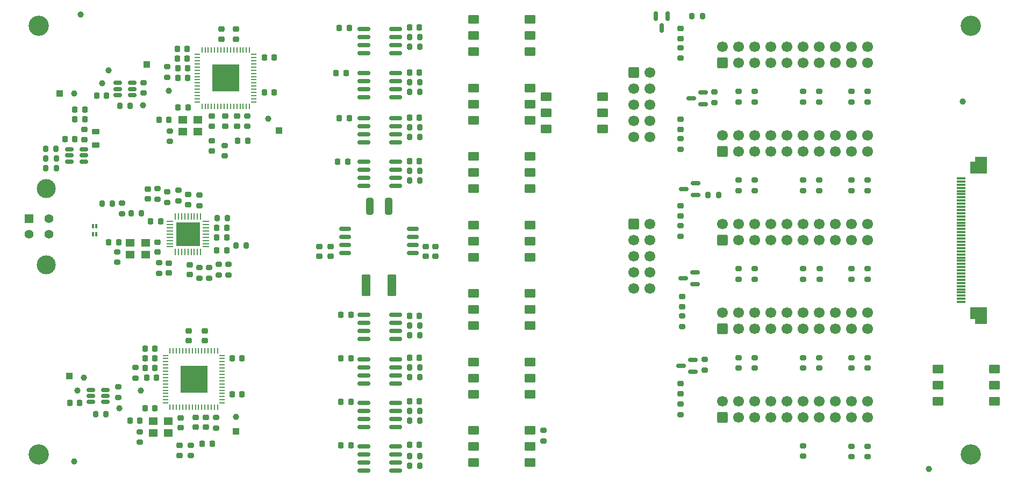
<source format=gbr>
%TF.GenerationSoftware,KiCad,Pcbnew,8.0.1*%
%TF.CreationDate,2024-09-10T07:56:54+02:00*%
%TF.ProjectId,CC_Debug,43435f44-6562-4756-972e-6b696361645f,rev?*%
%TF.SameCoordinates,Original*%
%TF.FileFunction,Soldermask,Top*%
%TF.FilePolarity,Negative*%
%FSLAX46Y46*%
G04 Gerber Fmt 4.6, Leading zero omitted, Abs format (unit mm)*
G04 Created by KiCad (PCBNEW 8.0.1) date 2024-09-10 07:56:54*
%MOMM*%
%LPD*%
G01*
G04 APERTURE LIST*
G04 Aperture macros list*
%AMRoundRect*
0 Rectangle with rounded corners*
0 $1 Rounding radius*
0 $2 $3 $4 $5 $6 $7 $8 $9 X,Y pos of 4 corners*
0 Add a 4 corners polygon primitive as box body*
4,1,4,$2,$3,$4,$5,$6,$7,$8,$9,$2,$3,0*
0 Add four circle primitives for the rounded corners*
1,1,$1+$1,$2,$3*
1,1,$1+$1,$4,$5*
1,1,$1+$1,$6,$7*
1,1,$1+$1,$8,$9*
0 Add four rect primitives between the rounded corners*
20,1,$1+$1,$2,$3,$4,$5,0*
20,1,$1+$1,$4,$5,$6,$7,0*
20,1,$1+$1,$6,$7,$8,$9,0*
20,1,$1+$1,$8,$9,$2,$3,0*%
G04 Aperture macros list end*
%ADD10C,0.010000*%
%ADD11R,1.000000X1.000000*%
%ADD12RoundRect,0.225000X-0.250000X0.225000X-0.250000X-0.225000X0.250000X-0.225000X0.250000X0.225000X0*%
%ADD13RoundRect,0.200000X-0.200000X-0.275000X0.200000X-0.275000X0.200000X0.275000X-0.200000X0.275000X0*%
%ADD14RoundRect,0.225000X0.225000X0.250000X-0.225000X0.250000X-0.225000X-0.250000X0.225000X-0.250000X0*%
%ADD15RoundRect,0.250000X0.600000X-0.600000X0.600000X0.600000X-0.600000X0.600000X-0.600000X-0.600000X0*%
%ADD16C,1.700000*%
%ADD17RoundRect,0.200000X-0.275000X0.200000X-0.275000X-0.200000X0.275000X-0.200000X0.275000X0.200000X0*%
%ADD18RoundRect,0.200000X0.275000X-0.200000X0.275000X0.200000X-0.275000X0.200000X-0.275000X-0.200000X0*%
%ADD19RoundRect,0.225000X-0.225000X-0.250000X0.225000X-0.250000X0.225000X0.250000X-0.225000X0.250000X0*%
%ADD20C,1.000000*%
%ADD21RoundRect,0.150000X-0.825000X-0.150000X0.825000X-0.150000X0.825000X0.150000X-0.825000X0.150000X0*%
%ADD22RoundRect,0.250000X-0.600000X-0.600000X0.600000X-0.600000X0.600000X0.600000X-0.600000X0.600000X0*%
%ADD23RoundRect,0.218750X0.381250X-0.218750X0.381250X0.218750X-0.381250X0.218750X-0.381250X-0.218750X0*%
%ADD24RoundRect,0.200000X0.200000X0.275000X-0.200000X0.275000X-0.200000X-0.275000X0.200000X-0.275000X0*%
%ADD25RoundRect,0.218750X-0.218750X-0.256250X0.218750X-0.256250X0.218750X0.256250X-0.218750X0.256250X0*%
%ADD26R,1.400000X1.400000*%
%ADD27C,1.400000*%
%ADD28C,3.000000*%
%ADD29RoundRect,0.225000X0.250000X-0.225000X0.250000X0.225000X-0.250000X0.225000X-0.250000X-0.225000X0*%
%ADD30RoundRect,0.102000X0.750000X0.550000X-0.750000X0.550000X-0.750000X-0.550000X0.750000X-0.550000X0*%
%ADD31RoundRect,0.150000X0.587500X0.150000X-0.587500X0.150000X-0.587500X-0.150000X0.587500X-0.150000X0*%
%ADD32RoundRect,0.102000X-0.750000X-0.550000X0.750000X-0.550000X0.750000X0.550000X-0.750000X0.550000X0*%
%ADD33RoundRect,0.150000X0.512500X0.150000X-0.512500X0.150000X-0.512500X-0.150000X0.512500X-0.150000X0*%
%ADD34RoundRect,0.062500X0.062500X-0.337500X0.062500X0.337500X-0.062500X0.337500X-0.062500X-0.337500X0*%
%ADD35RoundRect,0.062500X0.337500X-0.062500X0.337500X0.062500X-0.337500X0.062500X-0.337500X-0.062500X0*%
%ADD36R,4.350000X4.350000*%
%ADD37C,3.200000*%
%ADD38RoundRect,0.218750X-0.256250X0.218750X-0.256250X-0.218750X0.256250X-0.218750X0.256250X0.218750X0*%
%ADD39RoundRect,0.150000X-0.750000X-0.150000X0.750000X-0.150000X0.750000X0.150000X-0.750000X0.150000X0*%
%ADD40RoundRect,0.010000X0.600000X-0.150000X0.600000X0.150000X-0.600000X0.150000X-0.600000X-0.150000X0*%
%ADD41RoundRect,0.249999X-0.450001X-1.450001X0.450001X-1.450001X0.450001X1.450001X-0.450001X1.450001X0*%
%ADD42R,1.400000X1.200000*%
%ADD43RoundRect,0.250000X-0.312500X-1.075000X0.312500X-1.075000X0.312500X1.075000X-0.312500X1.075000X0*%
%ADD44RoundRect,0.015000X-0.135000X-0.275000X0.135000X-0.275000X0.135000X0.275000X-0.135000X0.275000X0*%
%ADD45R,0.254000X1.066800*%
%ADD46R,1.066800X0.254000*%
%ADD47R,3.810000X3.810000*%
%ADD48RoundRect,0.150000X-0.150000X0.587500X-0.150000X-0.587500X0.150000X-0.587500X0.150000X0.587500X0*%
G04 APERTURE END LIST*
D10*
%TO.C,J8001*%
X241471000Y-90796000D02*
X238871000Y-90796000D01*
X238871000Y-88996000D01*
X239671000Y-88996000D01*
X239671000Y-88196000D01*
X241471000Y-88196000D01*
X241471000Y-90796000D01*
G36*
X241471000Y-90796000D02*
G01*
X238871000Y-90796000D01*
X238871000Y-88996000D01*
X239671000Y-88996000D01*
X239671000Y-88196000D01*
X241471000Y-88196000D01*
X241471000Y-90796000D01*
G37*
X241471000Y-114496000D02*
X239671000Y-114496000D01*
X239671000Y-113696000D01*
X238871000Y-113696000D01*
X238871000Y-111896000D01*
X241471000Y-111896000D01*
X241471000Y-114496000D01*
G36*
X241471000Y-114496000D02*
G01*
X239671000Y-114496000D01*
X239671000Y-113696000D01*
X238871000Y-113696000D01*
X238871000Y-111896000D01*
X241471000Y-111896000D01*
X241471000Y-114496000D01*
G37*
%TD*%
D11*
%TO.C,TP5003*%
X96968000Y-122751000D03*
%TD*%
D12*
%TO.C,C7020*%
X153162000Y-102349000D03*
X153162000Y-103899000D03*
%TD*%
D13*
%TO.C,R7012*%
X150559000Y-70866000D03*
X152209000Y-70866000D03*
%TD*%
D14*
%TO.C,C2014*%
X99425000Y-80767000D03*
X97875000Y-80767000D03*
%TD*%
D15*
%TO.C,J8004*%
X199898000Y-101355500D03*
D16*
X199898000Y-98815500D03*
X202438000Y-101355500D03*
X202438000Y-98815500D03*
X204978000Y-101355500D03*
X204978000Y-98815500D03*
X207518000Y-101355500D03*
X207518000Y-98815500D03*
X210058000Y-101355500D03*
X210058000Y-98815500D03*
X212598000Y-101355500D03*
X212598000Y-98815500D03*
X215138000Y-101355500D03*
X215138000Y-98815500D03*
X217678000Y-101355500D03*
X217678000Y-98815500D03*
X220218000Y-101355500D03*
X220218000Y-98815500D03*
X222758000Y-101355500D03*
X222758000Y-98815500D03*
%TD*%
D17*
%TO.C,R2006*%
X117464000Y-105667000D03*
X117464000Y-107317000D03*
%TD*%
D18*
%TO.C,R8036*%
X193294000Y-86994000D03*
X193294000Y-85344000D03*
%TD*%
%TO.C,R8008*%
X215201000Y-107514500D03*
X215201000Y-105864500D03*
%TD*%
D19*
%TO.C,C6009*%
X123529000Y-85720000D03*
X125079000Y-85720000D03*
%TD*%
D20*
%TO.C,TP6001*%
X102153000Y-76629000D03*
%TD*%
D21*
%TO.C,U7001*%
X143419000Y-126995000D03*
X143419000Y-128265000D03*
X143419000Y-129535000D03*
X143419000Y-130805000D03*
X148369000Y-130805000D03*
X148369000Y-129535000D03*
X148369000Y-128265000D03*
X148369000Y-126995000D03*
%TD*%
D11*
%TO.C,TP6006*%
X95504000Y-78232000D03*
%TD*%
D13*
%TO.C,R7015*%
X150559000Y-121412000D03*
X152209000Y-121412000D03*
%TD*%
D17*
%TO.C,R8030*%
X197104000Y-120142000D03*
X197104000Y-121792000D03*
%TD*%
D19*
%TO.C,C2009*%
X120245000Y-102936000D03*
X121795000Y-102936000D03*
%TD*%
D17*
%TO.C,R6004*%
X121510000Y-86419000D03*
X121510000Y-88069000D03*
%TD*%
D20*
%TO.C,TP2001*%
X97790000Y-78232000D03*
%TD*%
D22*
%TO.C,J8008*%
X185928000Y-74930000D03*
D16*
X188468000Y-74930000D03*
X185928000Y-77470000D03*
X188468000Y-77470000D03*
X185928000Y-80010000D03*
X188468000Y-80010000D03*
X185928000Y-82550000D03*
X188468000Y-82550000D03*
X185928000Y-85090000D03*
X188468000Y-85090000D03*
%TD*%
D18*
%TO.C,R8012*%
X222758000Y-121494000D03*
X222758000Y-119844000D03*
%TD*%
D23*
%TO.C,L2001*%
X101190000Y-86355000D03*
X101190000Y-84230000D03*
%TD*%
D21*
%TO.C,U7008*%
X143419000Y-68067000D03*
X143419000Y-69337000D03*
X143419000Y-70607000D03*
X143419000Y-71877000D03*
X148369000Y-71877000D03*
X148369000Y-70607000D03*
X148369000Y-69337000D03*
X148369000Y-68067000D03*
%TD*%
D14*
%TO.C,C6012*%
X115554000Y-72692000D03*
X114004000Y-72692000D03*
%TD*%
D24*
%TO.C,R8029*%
X199262000Y-94234000D03*
X197612000Y-94234000D03*
%TD*%
D18*
%TO.C,R8005*%
X215138000Y-93535000D03*
X215138000Y-91885000D03*
%TD*%
D12*
%TO.C,C5010*%
X114398000Y-133713000D03*
X114398000Y-135263000D03*
%TD*%
D25*
%TO.C,D6001*%
X114065500Y-74216000D03*
X115640500Y-74216000D03*
%TD*%
D14*
%TO.C,C5014*%
X110502000Y-118433000D03*
X108952000Y-118433000D03*
%TD*%
D18*
%TO.C,R6003*%
X108683000Y-78153000D03*
X108683000Y-76503000D03*
%TD*%
D14*
%TO.C,C6014*%
X115554000Y-71168000D03*
X114004000Y-71168000D03*
%TD*%
D13*
%TO.C,R2015*%
X120258000Y-97856000D03*
X121908000Y-97856000D03*
%TD*%
D26*
%TO.C,J3001*%
X90624000Y-97952000D03*
D27*
X90624000Y-100452000D03*
X93824000Y-100452000D03*
X93824000Y-97952000D03*
D28*
X93334000Y-105222000D03*
X93334000Y-93182000D03*
%TD*%
D29*
%TO.C,C6015*%
X121002000Y-69657000D03*
X121002000Y-68107000D03*
%TD*%
D17*
%TO.C,R2005*%
X118988000Y-105667000D03*
X118988000Y-107317000D03*
%TD*%
D30*
%TO.C,SW8002*%
X242702000Y-126746000D03*
X242702000Y-124206000D03*
X242702000Y-121666000D03*
X233802000Y-121666000D03*
X233802000Y-124206000D03*
X233802000Y-126746000D03*
%TD*%
D19*
%TO.C,C7016*%
X150609000Y-126746000D03*
X152159000Y-126746000D03*
%TD*%
D14*
%TO.C,C7002*%
X141348000Y-126868000D03*
X139798000Y-126868000D03*
%TD*%
D13*
%TO.C,R7008*%
X150559000Y-91948000D03*
X152209000Y-91948000D03*
%TD*%
D18*
%TO.C,R2007*%
X112384000Y-95379000D03*
X112384000Y-93729000D03*
%TD*%
D31*
%TO.C,Q8004*%
X196850000Y-79944000D03*
X196850000Y-78044000D03*
X194975000Y-78994000D03*
%TD*%
D20*
%TO.C,TP5004*%
X99254000Y-123005000D03*
%TD*%
D32*
%TO.C,SW8003*%
X160650000Y-77343000D03*
X160650000Y-79883000D03*
X160650000Y-82423000D03*
X169550000Y-82423000D03*
X169550000Y-79883000D03*
X169550000Y-77343000D03*
%TD*%
D19*
%TO.C,C7015*%
X150609000Y-119888000D03*
X152159000Y-119888000D03*
%TD*%
D18*
%TO.C,R8020*%
X220218000Y-93535000D03*
X220218000Y-91885000D03*
%TD*%
%TO.C,R8019*%
X212598000Y-93535000D03*
X212598000Y-91885000D03*
%TD*%
D20*
%TO.C,TP5002*%
X104853000Y-127831000D03*
%TD*%
D13*
%TO.C,R7009*%
X150559000Y-76454000D03*
X152209000Y-76454000D03*
%TD*%
D29*
%TO.C,C2005*%
X115686000Y-95712000D03*
X115686000Y-94162000D03*
%TD*%
D19*
%TO.C,C5013*%
X117941000Y-133472000D03*
X119491000Y-133472000D03*
%TD*%
D32*
%TO.C,SW8006*%
X160650000Y-109728000D03*
X160650000Y-112268000D03*
X160650000Y-114808000D03*
X169550000Y-114808000D03*
X169550000Y-112268000D03*
X169550000Y-109728000D03*
%TD*%
D18*
%TO.C,R8015*%
X202438000Y-79565000D03*
X202438000Y-77915000D03*
%TD*%
%TO.C,R8010*%
X204978000Y-121494000D03*
X204978000Y-119844000D03*
%TD*%
D20*
%TO.C,TP6005*%
X128315000Y-82217000D03*
%TD*%
D14*
%TO.C,C5006*%
X110502000Y-119957000D03*
X108952000Y-119957000D03*
%TD*%
D33*
%TO.C,U5003*%
X102703000Y-126849000D03*
X102703000Y-125899000D03*
X102703000Y-124949000D03*
X100428000Y-124949000D03*
X100428000Y-125899000D03*
X100428000Y-126849000D03*
%TD*%
D19*
%TO.C,C2002*%
X120245000Y-100904000D03*
X121795000Y-100904000D03*
%TD*%
D17*
%TO.C,R2004*%
X120512000Y-105159000D03*
X120512000Y-106809000D03*
%TD*%
D13*
%TO.C,R7006*%
X150559000Y-136906000D03*
X152209000Y-136906000D03*
%TD*%
D29*
%TO.C,C6002*%
X123288000Y-69657000D03*
X123288000Y-68107000D03*
%TD*%
D19*
%TO.C,C2007*%
X120245000Y-99380000D03*
X121795000Y-99380000D03*
%TD*%
D18*
%TO.C,R8021*%
X202438000Y-107514500D03*
X202438000Y-105864500D03*
%TD*%
%TO.C,R8002*%
X215138000Y-79565000D03*
X215138000Y-77915000D03*
%TD*%
D34*
%TO.C,U6003*%
X117887000Y-80264000D03*
X118387000Y-80264000D03*
X118887000Y-80264000D03*
X119387000Y-80264000D03*
X119887000Y-80264000D03*
X120387000Y-80264000D03*
X120887000Y-80264000D03*
X121387000Y-80264000D03*
X121887000Y-80264000D03*
X122387000Y-80264000D03*
X122887000Y-80264000D03*
X123387000Y-80264000D03*
X123887000Y-80264000D03*
X124387000Y-80264000D03*
X124887000Y-80264000D03*
X125387000Y-80264000D03*
D35*
X126087000Y-79564000D03*
X126087000Y-79064000D03*
X126087000Y-78564000D03*
X126087000Y-78064000D03*
X126087000Y-77564000D03*
X126087000Y-77064000D03*
X126087000Y-76564000D03*
X126087000Y-76064000D03*
X126087000Y-75564000D03*
X126087000Y-75064000D03*
X126087000Y-74564000D03*
X126087000Y-74064000D03*
X126087000Y-73564000D03*
X126087000Y-73064000D03*
X126087000Y-72564000D03*
X126087000Y-72064000D03*
D34*
X125387000Y-71364000D03*
X124887000Y-71364000D03*
X124387000Y-71364000D03*
X123887000Y-71364000D03*
X123387000Y-71364000D03*
X122887000Y-71364000D03*
X122387000Y-71364000D03*
X121887000Y-71364000D03*
X121387000Y-71364000D03*
X120887000Y-71364000D03*
X120387000Y-71364000D03*
X119887000Y-71364000D03*
X119387000Y-71364000D03*
X118887000Y-71364000D03*
X118387000Y-71364000D03*
X117887000Y-71364000D03*
D35*
X117187000Y-72064000D03*
X117187000Y-72564000D03*
X117187000Y-73064000D03*
X117187000Y-73564000D03*
X117187000Y-74064000D03*
X117187000Y-74564000D03*
X117187000Y-75064000D03*
X117187000Y-75564000D03*
X117187000Y-76064000D03*
X117187000Y-76564000D03*
X117187000Y-77064000D03*
X117187000Y-77564000D03*
X117187000Y-78064000D03*
X117187000Y-78564000D03*
X117187000Y-79064000D03*
X117187000Y-79564000D03*
D36*
X121637000Y-75814000D03*
%TD*%
D14*
%TO.C,C6001*%
X102854000Y-78534000D03*
X101304000Y-78534000D03*
%TD*%
D18*
%TO.C,R8027*%
X220218000Y-135464000D03*
X220218000Y-133814000D03*
%TD*%
D19*
%TO.C,C7013*%
X150609000Y-133604000D03*
X152159000Y-133604000D03*
%TD*%
D12*
%TO.C,C2006*%
X112638000Y-104968000D03*
X112638000Y-106518000D03*
%TD*%
D15*
%TO.C,J8003*%
X199898000Y-87376000D03*
D16*
X199898000Y-84836000D03*
X202438000Y-87376000D03*
X202438000Y-84836000D03*
X204978000Y-87376000D03*
X204978000Y-84836000D03*
X207518000Y-87376000D03*
X207518000Y-84836000D03*
X210058000Y-87376000D03*
X210058000Y-84836000D03*
X212598000Y-87376000D03*
X212598000Y-84836000D03*
X215138000Y-87376000D03*
X215138000Y-84836000D03*
X217678000Y-87376000D03*
X217678000Y-84836000D03*
X220218000Y-87376000D03*
X220218000Y-84836000D03*
X222758000Y-87376000D03*
X222758000Y-84836000D03*
%TD*%
D20*
%TO.C,TP5005*%
X108302000Y-125090000D03*
%TD*%
D22*
%TO.C,J8007*%
X185928000Y-98806000D03*
D16*
X188468000Y-98806000D03*
X185928000Y-101346000D03*
X188468000Y-101346000D03*
X185928000Y-103886000D03*
X188468000Y-103886000D03*
X185928000Y-106426000D03*
X188468000Y-106426000D03*
X185928000Y-108966000D03*
X188468000Y-108966000D03*
%TD*%
D18*
%TO.C,R8004*%
X204978000Y-93535000D03*
X204978000Y-91885000D03*
%TD*%
D12*
%TO.C,C7018*%
X136398000Y-102349000D03*
X136398000Y-103899000D03*
%TD*%
D18*
%TO.C,R8026*%
X220218000Y-121494000D03*
X220218000Y-119844000D03*
%TD*%
D19*
%TO.C,C7014*%
X150609000Y-113284000D03*
X152159000Y-113284000D03*
%TD*%
D14*
%TO.C,C5009*%
X98652000Y-126981000D03*
X97102000Y-126981000D03*
%TD*%
D20*
%TO.C,TP6004*%
X112694000Y-77772000D03*
%TD*%
D24*
%TO.C,R2018*%
X94966000Y-90038000D03*
X93316000Y-90038000D03*
%TD*%
D13*
%TO.C,R7001*%
X150559000Y-128270000D03*
X152209000Y-128270000D03*
%TD*%
D12*
%TO.C,C7019*%
X154686000Y-102349000D03*
X154686000Y-103899000D03*
%TD*%
D14*
%TO.C,C7005*%
X140840000Y-89022000D03*
X139290000Y-89022000D03*
%TD*%
%TO.C,C2013*%
X99425000Y-82291000D03*
X97875000Y-82291000D03*
%TD*%
%TO.C,C2010*%
X111368000Y-98364000D03*
X109818000Y-98364000D03*
%TD*%
D12*
%TO.C,C6008*%
X119478000Y-81823000D03*
X119478000Y-83373000D03*
%TD*%
D21*
%TO.C,U7007*%
X143419000Y-75052000D03*
X143419000Y-76322000D03*
X143419000Y-77592000D03*
X143419000Y-78862000D03*
X148369000Y-78862000D03*
X148369000Y-77592000D03*
X148369000Y-76322000D03*
X148369000Y-75052000D03*
%TD*%
D37*
%TO.C,H4003*%
X92202000Y-67564000D03*
%TD*%
D14*
%TO.C,C6013*%
X115628000Y-75740000D03*
X114078000Y-75740000D03*
%TD*%
D32*
%TO.C,SW8004*%
X160650000Y-131318000D03*
X160650000Y-133858000D03*
X160650000Y-136398000D03*
X169550000Y-136398000D03*
X169550000Y-133858000D03*
X169550000Y-131318000D03*
%TD*%
D12*
%TO.C,C2012*%
X99412000Y-83929000D03*
X99412000Y-85479000D03*
%TD*%
%TO.C,C6006*%
X119478000Y-85720000D03*
X119478000Y-87270000D03*
%TD*%
D21*
%TO.C,U7002*%
X143419000Y-120137000D03*
X143419000Y-121407000D03*
X143419000Y-122677000D03*
X143419000Y-123947000D03*
X148369000Y-123947000D03*
X148369000Y-122677000D03*
X148369000Y-121407000D03*
X148369000Y-120137000D03*
%TD*%
D14*
%TO.C,C2001*%
X104777000Y-101666000D03*
X103227000Y-101666000D03*
%TD*%
D13*
%TO.C,R7007*%
X150559000Y-90424000D03*
X152209000Y-90424000D03*
%TD*%
D31*
%TO.C,Q8002*%
X195677000Y-94234000D03*
X195677000Y-92334000D03*
X193802000Y-93284000D03*
%TD*%
D18*
%TO.C,R8009*%
X222758000Y-107514500D03*
X222758000Y-105864500D03*
%TD*%
D11*
%TO.C,TP6007*%
X130048000Y-84074000D03*
%TD*%
D18*
%TO.C,R5006*%
X107413000Y-123068000D03*
X107413000Y-121418000D03*
%TD*%
D24*
%TO.C,R2001*%
X108383000Y-97094000D03*
X106733000Y-97094000D03*
%TD*%
D18*
%TO.C,R8035*%
X171704000Y-132968000D03*
X171704000Y-131318000D03*
%TD*%
D19*
%TO.C,C7011*%
X150609000Y-82042000D03*
X152159000Y-82042000D03*
%TD*%
D14*
%TO.C,C7007*%
X140573000Y-75052000D03*
X139023000Y-75052000D03*
%TD*%
D18*
%TO.C,R8023*%
X220218000Y-107514500D03*
X220218000Y-105864500D03*
%TD*%
D12*
%TO.C,C7017*%
X138176000Y-102349000D03*
X138176000Y-103899000D03*
%TD*%
D21*
%TO.C,U7004*%
X143419000Y-133853000D03*
X143419000Y-135123000D03*
X143419000Y-136393000D03*
X143419000Y-137663000D03*
X148369000Y-137663000D03*
X148369000Y-136393000D03*
X148369000Y-135123000D03*
X148369000Y-133853000D03*
%TD*%
D38*
%TO.C,D8002*%
X193294000Y-95961000D03*
X193294000Y-97536000D03*
%TD*%
D18*
%TO.C,R8017*%
X220218000Y-79565000D03*
X220218000Y-77915000D03*
%TD*%
D39*
%TO.C,U7009*%
X140480000Y-99568000D03*
X140480000Y-100838000D03*
X140480000Y-102108000D03*
X140480000Y-103378000D03*
X151130000Y-103378000D03*
X151130000Y-102108000D03*
X151130000Y-100838000D03*
X151130000Y-99568000D03*
%TD*%
D13*
%TO.C,R7016*%
X150559000Y-122936000D03*
X152209000Y-122936000D03*
%TD*%
D38*
%TO.C,D8003*%
X193294000Y-123952000D03*
X193294000Y-125527000D03*
%TD*%
D21*
%TO.C,U7005*%
X143419000Y-89022000D03*
X143419000Y-90292000D03*
X143419000Y-91562000D03*
X143419000Y-92832000D03*
X148369000Y-92832000D03*
X148369000Y-91562000D03*
X148369000Y-90292000D03*
X148369000Y-89022000D03*
%TD*%
D20*
%TO.C,FID4002*%
X232410000Y-137414000D03*
%TD*%
D19*
%TO.C,C6010*%
X127720000Y-72565000D03*
X129270000Y-72565000D03*
%TD*%
%TO.C,C7009*%
X150609000Y-67818000D03*
X152159000Y-67818000D03*
%TD*%
D18*
%TO.C,R8016*%
X212598000Y-79565000D03*
X212598000Y-77915000D03*
%TD*%
D21*
%TO.C,U7006*%
X143419000Y-82164000D03*
X143419000Y-83434000D03*
X143419000Y-84704000D03*
X143419000Y-85974000D03*
X148369000Y-85974000D03*
X148369000Y-84704000D03*
X148369000Y-83434000D03*
X148369000Y-82164000D03*
%TD*%
D13*
%TO.C,R2014*%
X123243000Y-102174000D03*
X124893000Y-102174000D03*
%TD*%
D20*
%TO.C,TP6002*%
X108630000Y-80058000D03*
%TD*%
D32*
%TO.C,SW8008*%
X160650000Y-88138000D03*
X160650000Y-90678000D03*
X160650000Y-93218000D03*
X169550000Y-93218000D03*
X169550000Y-90678000D03*
X169550000Y-88138000D03*
%TD*%
D17*
%TO.C,R5003*%
X120141000Y-129292000D03*
X120141000Y-130942000D03*
%TD*%
D14*
%TO.C,C5004*%
X110502000Y-127831000D03*
X108952000Y-127831000D03*
%TD*%
D18*
%TO.C,R8006*%
X222758000Y-93535000D03*
X222758000Y-91885000D03*
%TD*%
D13*
%TO.C,R7005*%
X150559000Y-135382000D03*
X152209000Y-135382000D03*
%TD*%
D12*
%TO.C,C5001*%
X118510000Y-129254000D03*
X118510000Y-130804000D03*
%TD*%
D17*
%TO.C,R2011*%
X105272000Y-95507000D03*
X105272000Y-97157000D03*
%TD*%
%TO.C,R2003*%
X122036000Y-105159000D03*
X122036000Y-106809000D03*
%TD*%
D37*
%TO.C,H4002*%
X239014000Y-135128000D03*
%TD*%
D18*
%TO.C,R6006*%
X112440000Y-75676000D03*
X112440000Y-74026000D03*
%TD*%
D40*
%TO.C,J8001*%
X237471000Y-111096000D03*
X237471000Y-110596000D03*
X237471000Y-110096000D03*
X237471000Y-109596000D03*
X237471000Y-109096000D03*
X237471000Y-108596000D03*
X237471000Y-108096000D03*
X237471000Y-107596000D03*
X237471000Y-107096000D03*
X237471000Y-106596000D03*
X237471000Y-106096000D03*
X237471000Y-105596000D03*
X237471000Y-105096000D03*
X237471000Y-104596000D03*
X237471000Y-104096000D03*
X237471000Y-103596000D03*
X237471000Y-103096000D03*
X237471000Y-102596000D03*
X237471000Y-102096000D03*
X237471000Y-101596000D03*
X237471000Y-101096000D03*
X237471000Y-100596000D03*
X237471000Y-100096000D03*
X237471000Y-99596000D03*
X237471000Y-99096000D03*
X237471000Y-98596000D03*
X237471000Y-98096000D03*
X237471000Y-97596000D03*
X237471000Y-97096000D03*
X237471000Y-96596000D03*
X237471000Y-96096000D03*
X237471000Y-95596000D03*
X237471000Y-95096000D03*
X237471000Y-94596000D03*
X237471000Y-94096000D03*
X237471000Y-93596000D03*
X237471000Y-93096000D03*
X237471000Y-92596000D03*
X237471000Y-92096000D03*
X237471000Y-91596000D03*
%TD*%
D20*
%TO.C,FID4004*%
X98806000Y-65786000D03*
%TD*%
D41*
%TO.C,C7021*%
X143746000Y-108458000D03*
X147846000Y-108458000D03*
%TD*%
D24*
%TO.C,R2016*%
X94903000Y-86990000D03*
X93253000Y-86990000D03*
%TD*%
D12*
%TO.C,C5011*%
X116887200Y-129254000D03*
X116887200Y-130804000D03*
%TD*%
D11*
%TO.C,TP5006*%
X123288000Y-131514000D03*
%TD*%
D13*
%TO.C,R7010*%
X150559000Y-77978000D03*
X152209000Y-77978000D03*
%TD*%
D29*
%TO.C,C5002*%
X118363000Y-117176000D03*
X118363000Y-115626000D03*
%TD*%
D13*
%TO.C,R7002*%
X150559000Y-129794000D03*
X152209000Y-129794000D03*
%TD*%
D14*
%TO.C,C7004*%
X141348000Y-113152000D03*
X139798000Y-113152000D03*
%TD*%
D17*
%TO.C,R5002*%
X116102000Y-133663000D03*
X116102000Y-135313000D03*
%TD*%
D19*
%TO.C,C6011*%
X127733000Y-78026000D03*
X129283000Y-78026000D03*
%TD*%
D18*
%TO.C,R8007*%
X204978000Y-107514500D03*
X204978000Y-105864500D03*
%TD*%
%TO.C,R8037*%
X193548000Y-114934000D03*
X193548000Y-113284000D03*
%TD*%
D13*
%TO.C,R7011*%
X150559000Y-69342000D03*
X152209000Y-69342000D03*
%TD*%
D42*
%TO.C,U5001*%
X110198000Y-131741000D03*
X112598000Y-131741000D03*
X112598000Y-129841000D03*
X110198000Y-129841000D03*
%TD*%
D12*
%TO.C,C2003*%
X110860000Y-101666000D03*
X110860000Y-103216000D03*
%TD*%
D32*
%TO.C,SW8009*%
X172080000Y-78740000D03*
X172080000Y-81280000D03*
X172080000Y-83820000D03*
X180980000Y-83820000D03*
X180980000Y-81280000D03*
X180980000Y-78740000D03*
%TD*%
D17*
%TO.C,R8034*%
X198628000Y-77978000D03*
X198628000Y-79628000D03*
%TD*%
D20*
%TO.C,TP6003*%
X103169000Y-74597000D03*
%TD*%
D13*
%TO.C,R7013*%
X150559000Y-83566000D03*
X152209000Y-83566000D03*
%TD*%
D18*
%TO.C,R8011*%
X215138000Y-121494000D03*
X215138000Y-119844000D03*
%TD*%
D42*
%TO.C,U2002*%
X106612000Y-103632000D03*
X109012000Y-103632000D03*
X109012000Y-101732000D03*
X106612000Y-101732000D03*
%TD*%
D25*
%TO.C,D5001*%
X108911500Y-121481000D03*
X110486500Y-121481000D03*
%TD*%
D38*
%TO.C,D8001*%
X193294000Y-68021000D03*
X193294000Y-69596000D03*
%TD*%
D13*
%TO.C,R2010*%
X102161000Y-95570000D03*
X103811000Y-95570000D03*
%TD*%
D24*
%TO.C,R6001*%
X106587000Y-80185000D03*
X104937000Y-80185000D03*
%TD*%
D14*
%TO.C,C5007*%
X110756000Y-123005000D03*
X109206000Y-123005000D03*
%TD*%
%TO.C,C7003*%
X141335000Y-120010000D03*
X139785000Y-120010000D03*
%TD*%
D19*
%TO.C,C5015*%
X122640000Y-125619000D03*
X124190000Y-125619000D03*
%TD*%
D43*
%TO.C,R7017*%
X144333500Y-96012000D03*
X147258500Y-96012000D03*
%TD*%
D44*
%TO.C,FL3001*%
X100709000Y-99133000D03*
X101259000Y-99133000D03*
X101259000Y-100443000D03*
X100709000Y-100443000D03*
%TD*%
D13*
%TO.C,R7004*%
X150559000Y-116332000D03*
X152209000Y-116332000D03*
%TD*%
D18*
%TO.C,R8013*%
X212598000Y-135401000D03*
X212598000Y-133751000D03*
%TD*%
D31*
%TO.C,Q8003*%
X195247500Y-122108000D03*
X195247500Y-120208000D03*
X193372500Y-121158000D03*
%TD*%
D17*
%TO.C,R2013*%
X111114000Y-104905000D03*
X111114000Y-106555000D03*
%TD*%
%TO.C,R5001*%
X108096000Y-131553000D03*
X108096000Y-133203000D03*
%TD*%
D18*
%TO.C,R8003*%
X222758000Y-79565000D03*
X222758000Y-77915000D03*
%TD*%
D32*
%TO.C,SW8007*%
X160650000Y-120523000D03*
X160650000Y-123063000D03*
X160650000Y-125603000D03*
X169550000Y-125603000D03*
X169550000Y-123063000D03*
X169550000Y-120523000D03*
%TD*%
D31*
%TO.C,Q8005*%
X195580000Y-108326000D03*
X195580000Y-106426000D03*
X193705000Y-107376000D03*
%TD*%
D21*
%TO.C,U7003*%
X143419000Y-113152000D03*
X143419000Y-114422000D03*
X143419000Y-115692000D03*
X143419000Y-116962000D03*
X148369000Y-116962000D03*
X148369000Y-115692000D03*
X148369000Y-114422000D03*
X148369000Y-113152000D03*
%TD*%
D42*
%TO.C,U6002*%
X114849000Y-84244000D03*
X117249000Y-84244000D03*
X117249000Y-82344000D03*
X114849000Y-82344000D03*
%TD*%
D37*
%TO.C,H4004*%
X92202000Y-135128000D03*
%TD*%
D13*
%TO.C,R2017*%
X93316000Y-88514000D03*
X94966000Y-88514000D03*
%TD*%
D14*
%TO.C,C6004*%
X112690000Y-82344000D03*
X111140000Y-82344000D03*
%TD*%
D15*
%TO.C,J8002*%
X199898000Y-73406000D03*
D16*
X199898000Y-70866000D03*
X202438000Y-73406000D03*
X202438000Y-70866000D03*
X204978000Y-73406000D03*
X204978000Y-70866000D03*
X207518000Y-73406000D03*
X207518000Y-70866000D03*
X210058000Y-73406000D03*
X210058000Y-70866000D03*
X212598000Y-73406000D03*
X212598000Y-70866000D03*
X215138000Y-73406000D03*
X215138000Y-70866000D03*
X217678000Y-73406000D03*
X217678000Y-70866000D03*
X220218000Y-73406000D03*
X220218000Y-70866000D03*
X222758000Y-73406000D03*
X222758000Y-70866000D03*
%TD*%
D19*
%TO.C,C7010*%
X150609000Y-74930000D03*
X152159000Y-74930000D03*
%TD*%
D34*
%TO.C,U5002*%
X112860000Y-127709000D03*
X113360000Y-127709000D03*
X113860000Y-127709000D03*
X114360000Y-127709000D03*
X114860000Y-127709000D03*
X115360000Y-127709000D03*
X115860000Y-127709000D03*
X116360000Y-127709000D03*
X116860000Y-127709000D03*
X117360000Y-127709000D03*
X117860000Y-127709000D03*
X118360000Y-127709000D03*
X118860000Y-127709000D03*
X119360000Y-127709000D03*
X119860000Y-127709000D03*
X120360000Y-127709000D03*
D35*
X121060000Y-127009000D03*
X121060000Y-126509000D03*
X121060000Y-126009000D03*
X121060000Y-125509000D03*
X121060000Y-125009000D03*
X121060000Y-124509000D03*
X121060000Y-124009000D03*
X121060000Y-123509000D03*
X121060000Y-123009000D03*
X121060000Y-122509000D03*
X121060000Y-122009000D03*
X121060000Y-121509000D03*
X121060000Y-121009000D03*
X121060000Y-120509000D03*
X121060000Y-120009000D03*
X121060000Y-119509000D03*
D34*
X120360000Y-118809000D03*
X119860000Y-118809000D03*
X119360000Y-118809000D03*
X118860000Y-118809000D03*
X118360000Y-118809000D03*
X117860000Y-118809000D03*
X117360000Y-118809000D03*
X116860000Y-118809000D03*
X116360000Y-118809000D03*
X115860000Y-118809000D03*
X115360000Y-118809000D03*
X114860000Y-118809000D03*
X114360000Y-118809000D03*
X113860000Y-118809000D03*
X113360000Y-118809000D03*
X112860000Y-118809000D03*
D35*
X112160000Y-119509000D03*
X112160000Y-120009000D03*
X112160000Y-120509000D03*
X112160000Y-121009000D03*
X112160000Y-121509000D03*
X112160000Y-122009000D03*
X112160000Y-122509000D03*
X112160000Y-123009000D03*
X112160000Y-123509000D03*
X112160000Y-124009000D03*
X112160000Y-124509000D03*
X112160000Y-125009000D03*
X112160000Y-125509000D03*
X112160000Y-126009000D03*
X112160000Y-126509000D03*
X112160000Y-127009000D03*
D36*
X116610000Y-123259000D03*
%TD*%
D24*
%TO.C,R5004*%
X102766000Y-128759000D03*
X101116000Y-128759000D03*
%TD*%
D12*
%TO.C,C6007*%
X121584000Y-81823000D03*
X121584000Y-83373000D03*
%TD*%
D14*
%TO.C,C7006*%
X141094000Y-82164000D03*
X139544000Y-82164000D03*
%TD*%
D18*
%TO.C,R8025*%
X212598000Y-121494000D03*
X212598000Y-119844000D03*
%TD*%
%TO.C,R5005*%
X104746000Y-126116000D03*
X104746000Y-124466000D03*
%TD*%
D24*
%TO.C,R8028*%
X196722000Y-66040000D03*
X195072000Y-66040000D03*
%TD*%
D18*
%TO.C,R8018*%
X202438000Y-93535000D03*
X202438000Y-91885000D03*
%TD*%
D17*
%TO.C,R6005*%
X125066000Y-81773000D03*
X125066000Y-83423000D03*
%TD*%
D18*
%TO.C,R8033*%
X193294000Y-128841000D03*
X193294000Y-127191000D03*
%TD*%
%TO.C,R8032*%
X193294000Y-100710000D03*
X193294000Y-99060000D03*
%TD*%
%TO.C,R2009*%
X114162000Y-95125000D03*
X114162000Y-93475000D03*
%TD*%
D19*
%TO.C,C2011*%
X96338000Y-85466000D03*
X97888000Y-85466000D03*
%TD*%
D32*
%TO.C,SW8005*%
X160650000Y-98933000D03*
X160650000Y-101473000D03*
X160650000Y-104013000D03*
X169550000Y-104013000D03*
X169550000Y-101473000D03*
X169550000Y-98933000D03*
%TD*%
D20*
%TO.C,FID4003*%
X237744000Y-79502000D03*
%TD*%
D18*
%TO.C,R8024*%
X202438000Y-121494000D03*
X202438000Y-119844000D03*
%TD*%
D17*
%TO.C,R2002*%
X117464000Y-94237000D03*
X117464000Y-95887000D03*
%TD*%
D15*
%TO.C,J8006*%
X199898000Y-129305000D03*
D16*
X199898000Y-126765000D03*
X202438000Y-129305000D03*
X202438000Y-126765000D03*
X204978000Y-129305000D03*
X204978000Y-126765000D03*
X207518000Y-129305000D03*
X207518000Y-126765000D03*
X210058000Y-129305000D03*
X210058000Y-126765000D03*
X212598000Y-129305000D03*
X212598000Y-126765000D03*
X215138000Y-129305000D03*
X215138000Y-126765000D03*
X217678000Y-129305000D03*
X217678000Y-126765000D03*
X220218000Y-129305000D03*
X220218000Y-126765000D03*
X222758000Y-129305000D03*
X222758000Y-126765000D03*
%TD*%
D14*
%TO.C,C7008*%
X141081000Y-67940000D03*
X139531000Y-67940000D03*
%TD*%
D19*
%TO.C,C7012*%
X150609000Y-88900000D03*
X152159000Y-88900000D03*
%TD*%
D13*
%TO.C,R7014*%
X150559000Y-85090000D03*
X152209000Y-85090000D03*
%TD*%
D18*
%TO.C,R8014*%
X222758000Y-135464000D03*
X222758000Y-133814000D03*
%TD*%
D13*
%TO.C,R7003*%
X150559000Y-114808000D03*
X152209000Y-114808000D03*
%TD*%
D18*
%TO.C,R2008*%
X104510000Y-104840000D03*
X104510000Y-103190000D03*
%TD*%
D14*
%TO.C,C7001*%
X141348000Y-133726000D03*
X139798000Y-133726000D03*
%TD*%
D20*
%TO.C,FID4001*%
X97761000Y-136213000D03*
%TD*%
D32*
%TO.C,SW8001*%
X160650000Y-66548000D03*
X160650000Y-69088000D03*
X160650000Y-71628000D03*
X169550000Y-71628000D03*
X169550000Y-69088000D03*
X169550000Y-66548000D03*
%TD*%
D12*
%TO.C,C2008*%
X115940000Y-105209000D03*
X115940000Y-106759000D03*
%TD*%
D20*
%TO.C,TP5007*%
X123288000Y-129228000D03*
%TD*%
D18*
%TO.C,R8001*%
X204978000Y-79565000D03*
X204978000Y-77915000D03*
%TD*%
D45*
%TO.C,U2001*%
X113685999Y-103215400D03*
X114186000Y-103215400D03*
X114685999Y-103215400D03*
X115186001Y-103215400D03*
X115686000Y-103215400D03*
X116185999Y-103215400D03*
X116686001Y-103215400D03*
X117186000Y-103215400D03*
X117686001Y-103215400D03*
D46*
X118505400Y-102396001D03*
X118505400Y-101896000D03*
X118505400Y-101396001D03*
X118505400Y-100895999D03*
X118505400Y-100396000D03*
X118505400Y-99896001D03*
X118505400Y-99395999D03*
X118505400Y-98896000D03*
X118505400Y-98395999D03*
D45*
X117686001Y-97576600D03*
X117186000Y-97576600D03*
X116686001Y-97576600D03*
X116185999Y-97576600D03*
X115686000Y-97576600D03*
X115186001Y-97576600D03*
X114685999Y-97576600D03*
X114186000Y-97576600D03*
X113685999Y-97576600D03*
D46*
X112866600Y-98395999D03*
X112866600Y-98896000D03*
X112866600Y-99395999D03*
X112866600Y-99896001D03*
X112866600Y-100396000D03*
X112866600Y-100895999D03*
X112866600Y-101396001D03*
X112866600Y-101896000D03*
X112866600Y-102396001D03*
D47*
X115686000Y-100396000D03*
%TD*%
D38*
%TO.C,D8004*%
X193268500Y-82296000D03*
X193268500Y-83871000D03*
%TD*%
D12*
%TO.C,C5012*%
X114553000Y-129342000D03*
X114553000Y-130892000D03*
%TD*%
D11*
%TO.C,TP2002*%
X109220000Y-73660000D03*
%TD*%
D48*
%TO.C,Q8001*%
X191274500Y-66052500D03*
X189374500Y-66052500D03*
X190324500Y-67927500D03*
%TD*%
D19*
%TO.C,C5008*%
X122668000Y-119957000D03*
X124218000Y-119957000D03*
%TD*%
D29*
%TO.C,C5005*%
X115823000Y-117176000D03*
X115823000Y-115626000D03*
%TD*%
D14*
%TO.C,C6005*%
X115681000Y-80439000D03*
X114131000Y-80439000D03*
%TD*%
D18*
%TO.C,R2012*%
X110860000Y-94871000D03*
X110860000Y-93221000D03*
%TD*%
D14*
%TO.C,C5003*%
X108096000Y-129775000D03*
X106546000Y-129775000D03*
%TD*%
D15*
%TO.C,J8005*%
X199898000Y-115335000D03*
D16*
X199898000Y-112795000D03*
X202438000Y-115335000D03*
X202438000Y-112795000D03*
X204978000Y-115335000D03*
X204978000Y-112795000D03*
X207518000Y-115335000D03*
X207518000Y-112795000D03*
X210058000Y-115335000D03*
X210058000Y-112795000D03*
X212598000Y-115335000D03*
X212598000Y-112795000D03*
X215138000Y-115335000D03*
X215138000Y-112795000D03*
X217678000Y-115335000D03*
X217678000Y-112795000D03*
X220218000Y-115335000D03*
X220218000Y-112795000D03*
X222758000Y-115335000D03*
X222758000Y-112795000D03*
%TD*%
D29*
%TO.C,C2004*%
X109336000Y-94821000D03*
X109336000Y-93271000D03*
%TD*%
D33*
%TO.C,U6001*%
X106899500Y-78468000D03*
X106899500Y-77518000D03*
X106899500Y-76568000D03*
X104624500Y-76568000D03*
X104624500Y-77518000D03*
X104624500Y-78468000D03*
%TD*%
%TO.C,U2003*%
X99279500Y-88956000D03*
X99279500Y-88006000D03*
X99279500Y-87056000D03*
X97004500Y-87056000D03*
X97004500Y-88006000D03*
X97004500Y-88956000D03*
%TD*%
D12*
%TO.C,C6003*%
X123415000Y-81823000D03*
X123415000Y-83373000D03*
%TD*%
D18*
%TO.C,R8022*%
X212598000Y-107514500D03*
X212598000Y-105864500D03*
%TD*%
D38*
%TO.C,D8005*%
X193548000Y-110236000D03*
X193548000Y-111811000D03*
%TD*%
D17*
%TO.C,R6002*%
X112804000Y-84123000D03*
X112804000Y-85773000D03*
%TD*%
D37*
%TO.C,H4001*%
X239014000Y-67564000D03*
%TD*%
D20*
%TO.C,TP5001*%
X98238000Y-125037000D03*
%TD*%
D18*
%TO.C,R8031*%
X193294000Y-72644000D03*
X193294000Y-70994000D03*
%TD*%
M02*

</source>
